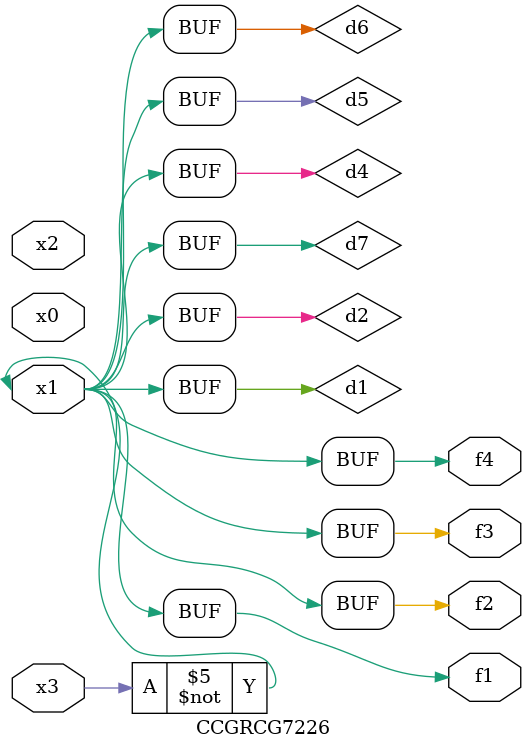
<source format=v>
module CCGRCG7226(
	input x0, x1, x2, x3,
	output f1, f2, f3, f4
);

	wire d1, d2, d3, d4, d5, d6, d7;

	not (d1, x3);
	buf (d2, x1);
	xnor (d3, d1, d2);
	nor (d4, d1);
	buf (d5, d1, d2);
	buf (d6, d4, d5);
	nand (d7, d4);
	assign f1 = d6;
	assign f2 = d7;
	assign f3 = d6;
	assign f4 = d6;
endmodule

</source>
